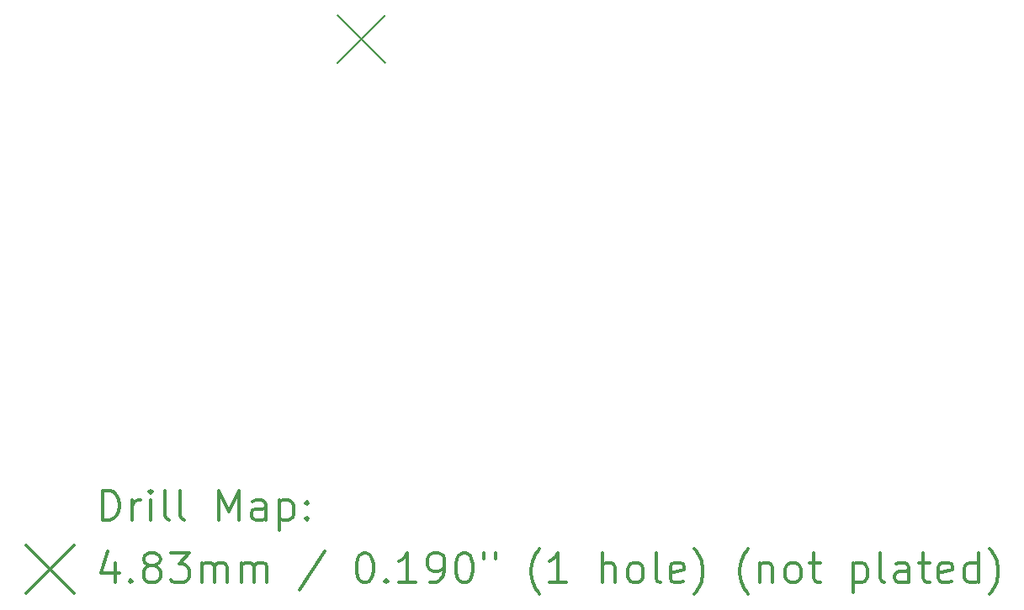
<source format=gbr>
%FSLAX45Y45*%
G04 Gerber Fmt 4.5, Leading zero omitted, Abs format (unit mm)*
G04 Created by KiCad (PCBNEW (5.1.5)-3) date 2020-10-02 02:33:29*
%MOMM*%
%LPD*%
G04 APERTURE LIST*
%ADD10C,0.200000*%
%ADD11C,0.300000*%
G04 APERTURE END LIST*
D10*
X13982700Y-10204450D02*
X14465300Y-10687050D01*
X14465300Y-10204450D02*
X13982700Y-10687050D01*
D11*
X11613558Y-15294234D02*
X11613558Y-14994234D01*
X11684987Y-14994234D01*
X11727844Y-15008520D01*
X11756416Y-15037091D01*
X11770701Y-15065663D01*
X11784987Y-15122806D01*
X11784987Y-15165663D01*
X11770701Y-15222806D01*
X11756416Y-15251377D01*
X11727844Y-15279949D01*
X11684987Y-15294234D01*
X11613558Y-15294234D01*
X11913558Y-15294234D02*
X11913558Y-15094234D01*
X11913558Y-15151377D02*
X11927844Y-15122806D01*
X11942130Y-15108520D01*
X11970701Y-15094234D01*
X11999273Y-15094234D01*
X12099273Y-15294234D02*
X12099273Y-15094234D01*
X12099273Y-14994234D02*
X12084987Y-15008520D01*
X12099273Y-15022806D01*
X12113558Y-15008520D01*
X12099273Y-14994234D01*
X12099273Y-15022806D01*
X12284987Y-15294234D02*
X12256416Y-15279949D01*
X12242130Y-15251377D01*
X12242130Y-14994234D01*
X12442130Y-15294234D02*
X12413558Y-15279949D01*
X12399273Y-15251377D01*
X12399273Y-14994234D01*
X12784987Y-15294234D02*
X12784987Y-14994234D01*
X12884987Y-15208520D01*
X12984987Y-14994234D01*
X12984987Y-15294234D01*
X13256416Y-15294234D02*
X13256416Y-15137091D01*
X13242130Y-15108520D01*
X13213558Y-15094234D01*
X13156416Y-15094234D01*
X13127844Y-15108520D01*
X13256416Y-15279949D02*
X13227844Y-15294234D01*
X13156416Y-15294234D01*
X13127844Y-15279949D01*
X13113558Y-15251377D01*
X13113558Y-15222806D01*
X13127844Y-15194234D01*
X13156416Y-15179949D01*
X13227844Y-15179949D01*
X13256416Y-15165663D01*
X13399273Y-15094234D02*
X13399273Y-15394234D01*
X13399273Y-15108520D02*
X13427844Y-15094234D01*
X13484987Y-15094234D01*
X13513558Y-15108520D01*
X13527844Y-15122806D01*
X13542130Y-15151377D01*
X13542130Y-15237091D01*
X13527844Y-15265663D01*
X13513558Y-15279949D01*
X13484987Y-15294234D01*
X13427844Y-15294234D01*
X13399273Y-15279949D01*
X13670701Y-15265663D02*
X13684987Y-15279949D01*
X13670701Y-15294234D01*
X13656416Y-15279949D01*
X13670701Y-15265663D01*
X13670701Y-15294234D01*
X13670701Y-15108520D02*
X13684987Y-15122806D01*
X13670701Y-15137091D01*
X13656416Y-15122806D01*
X13670701Y-15108520D01*
X13670701Y-15137091D01*
X10844530Y-15547220D02*
X11327130Y-16029820D01*
X11327130Y-15547220D02*
X10844530Y-16029820D01*
X11742130Y-15724234D02*
X11742130Y-15924234D01*
X11670701Y-15609949D02*
X11599273Y-15824234D01*
X11784987Y-15824234D01*
X11899273Y-15895663D02*
X11913558Y-15909949D01*
X11899273Y-15924234D01*
X11884987Y-15909949D01*
X11899273Y-15895663D01*
X11899273Y-15924234D01*
X12084987Y-15752806D02*
X12056416Y-15738520D01*
X12042130Y-15724234D01*
X12027844Y-15695663D01*
X12027844Y-15681377D01*
X12042130Y-15652806D01*
X12056416Y-15638520D01*
X12084987Y-15624234D01*
X12142130Y-15624234D01*
X12170701Y-15638520D01*
X12184987Y-15652806D01*
X12199273Y-15681377D01*
X12199273Y-15695663D01*
X12184987Y-15724234D01*
X12170701Y-15738520D01*
X12142130Y-15752806D01*
X12084987Y-15752806D01*
X12056416Y-15767091D01*
X12042130Y-15781377D01*
X12027844Y-15809949D01*
X12027844Y-15867091D01*
X12042130Y-15895663D01*
X12056416Y-15909949D01*
X12084987Y-15924234D01*
X12142130Y-15924234D01*
X12170701Y-15909949D01*
X12184987Y-15895663D01*
X12199273Y-15867091D01*
X12199273Y-15809949D01*
X12184987Y-15781377D01*
X12170701Y-15767091D01*
X12142130Y-15752806D01*
X12299273Y-15624234D02*
X12484987Y-15624234D01*
X12384987Y-15738520D01*
X12427844Y-15738520D01*
X12456416Y-15752806D01*
X12470701Y-15767091D01*
X12484987Y-15795663D01*
X12484987Y-15867091D01*
X12470701Y-15895663D01*
X12456416Y-15909949D01*
X12427844Y-15924234D01*
X12342130Y-15924234D01*
X12313558Y-15909949D01*
X12299273Y-15895663D01*
X12613558Y-15924234D02*
X12613558Y-15724234D01*
X12613558Y-15752806D02*
X12627844Y-15738520D01*
X12656416Y-15724234D01*
X12699273Y-15724234D01*
X12727844Y-15738520D01*
X12742130Y-15767091D01*
X12742130Y-15924234D01*
X12742130Y-15767091D02*
X12756416Y-15738520D01*
X12784987Y-15724234D01*
X12827844Y-15724234D01*
X12856416Y-15738520D01*
X12870701Y-15767091D01*
X12870701Y-15924234D01*
X13013558Y-15924234D02*
X13013558Y-15724234D01*
X13013558Y-15752806D02*
X13027844Y-15738520D01*
X13056416Y-15724234D01*
X13099273Y-15724234D01*
X13127844Y-15738520D01*
X13142130Y-15767091D01*
X13142130Y-15924234D01*
X13142130Y-15767091D02*
X13156416Y-15738520D01*
X13184987Y-15724234D01*
X13227844Y-15724234D01*
X13256416Y-15738520D01*
X13270701Y-15767091D01*
X13270701Y-15924234D01*
X13856416Y-15609949D02*
X13599273Y-15995663D01*
X14242130Y-15624234D02*
X14270701Y-15624234D01*
X14299273Y-15638520D01*
X14313558Y-15652806D01*
X14327844Y-15681377D01*
X14342130Y-15738520D01*
X14342130Y-15809949D01*
X14327844Y-15867091D01*
X14313558Y-15895663D01*
X14299273Y-15909949D01*
X14270701Y-15924234D01*
X14242130Y-15924234D01*
X14213558Y-15909949D01*
X14199273Y-15895663D01*
X14184987Y-15867091D01*
X14170701Y-15809949D01*
X14170701Y-15738520D01*
X14184987Y-15681377D01*
X14199273Y-15652806D01*
X14213558Y-15638520D01*
X14242130Y-15624234D01*
X14470701Y-15895663D02*
X14484987Y-15909949D01*
X14470701Y-15924234D01*
X14456416Y-15909949D01*
X14470701Y-15895663D01*
X14470701Y-15924234D01*
X14770701Y-15924234D02*
X14599273Y-15924234D01*
X14684987Y-15924234D02*
X14684987Y-15624234D01*
X14656416Y-15667091D01*
X14627844Y-15695663D01*
X14599273Y-15709949D01*
X14913558Y-15924234D02*
X14970701Y-15924234D01*
X14999273Y-15909949D01*
X15013558Y-15895663D01*
X15042130Y-15852806D01*
X15056416Y-15795663D01*
X15056416Y-15681377D01*
X15042130Y-15652806D01*
X15027844Y-15638520D01*
X14999273Y-15624234D01*
X14942130Y-15624234D01*
X14913558Y-15638520D01*
X14899273Y-15652806D01*
X14884987Y-15681377D01*
X14884987Y-15752806D01*
X14899273Y-15781377D01*
X14913558Y-15795663D01*
X14942130Y-15809949D01*
X14999273Y-15809949D01*
X15027844Y-15795663D01*
X15042130Y-15781377D01*
X15056416Y-15752806D01*
X15242130Y-15624234D02*
X15270701Y-15624234D01*
X15299273Y-15638520D01*
X15313558Y-15652806D01*
X15327844Y-15681377D01*
X15342130Y-15738520D01*
X15342130Y-15809949D01*
X15327844Y-15867091D01*
X15313558Y-15895663D01*
X15299273Y-15909949D01*
X15270701Y-15924234D01*
X15242130Y-15924234D01*
X15213558Y-15909949D01*
X15199273Y-15895663D01*
X15184987Y-15867091D01*
X15170701Y-15809949D01*
X15170701Y-15738520D01*
X15184987Y-15681377D01*
X15199273Y-15652806D01*
X15213558Y-15638520D01*
X15242130Y-15624234D01*
X15456416Y-15624234D02*
X15456416Y-15681377D01*
X15570701Y-15624234D02*
X15570701Y-15681377D01*
X16013558Y-16038520D02*
X15999273Y-16024234D01*
X15970701Y-15981377D01*
X15956416Y-15952806D01*
X15942130Y-15909949D01*
X15927844Y-15838520D01*
X15927844Y-15781377D01*
X15942130Y-15709949D01*
X15956416Y-15667091D01*
X15970701Y-15638520D01*
X15999273Y-15595663D01*
X16013558Y-15581377D01*
X16284987Y-15924234D02*
X16113558Y-15924234D01*
X16199273Y-15924234D02*
X16199273Y-15624234D01*
X16170701Y-15667091D01*
X16142130Y-15695663D01*
X16113558Y-15709949D01*
X16642130Y-15924234D02*
X16642130Y-15624234D01*
X16770701Y-15924234D02*
X16770701Y-15767091D01*
X16756416Y-15738520D01*
X16727844Y-15724234D01*
X16684987Y-15724234D01*
X16656416Y-15738520D01*
X16642130Y-15752806D01*
X16956416Y-15924234D02*
X16927844Y-15909949D01*
X16913558Y-15895663D01*
X16899273Y-15867091D01*
X16899273Y-15781377D01*
X16913558Y-15752806D01*
X16927844Y-15738520D01*
X16956416Y-15724234D01*
X16999273Y-15724234D01*
X17027844Y-15738520D01*
X17042130Y-15752806D01*
X17056416Y-15781377D01*
X17056416Y-15867091D01*
X17042130Y-15895663D01*
X17027844Y-15909949D01*
X16999273Y-15924234D01*
X16956416Y-15924234D01*
X17227844Y-15924234D02*
X17199273Y-15909949D01*
X17184987Y-15881377D01*
X17184987Y-15624234D01*
X17456416Y-15909949D02*
X17427844Y-15924234D01*
X17370701Y-15924234D01*
X17342130Y-15909949D01*
X17327844Y-15881377D01*
X17327844Y-15767091D01*
X17342130Y-15738520D01*
X17370701Y-15724234D01*
X17427844Y-15724234D01*
X17456416Y-15738520D01*
X17470701Y-15767091D01*
X17470701Y-15795663D01*
X17327844Y-15824234D01*
X17570701Y-16038520D02*
X17584987Y-16024234D01*
X17613558Y-15981377D01*
X17627844Y-15952806D01*
X17642130Y-15909949D01*
X17656416Y-15838520D01*
X17656416Y-15781377D01*
X17642130Y-15709949D01*
X17627844Y-15667091D01*
X17613558Y-15638520D01*
X17584987Y-15595663D01*
X17570701Y-15581377D01*
X18113558Y-16038520D02*
X18099273Y-16024234D01*
X18070701Y-15981377D01*
X18056416Y-15952806D01*
X18042130Y-15909949D01*
X18027844Y-15838520D01*
X18027844Y-15781377D01*
X18042130Y-15709949D01*
X18056416Y-15667091D01*
X18070701Y-15638520D01*
X18099273Y-15595663D01*
X18113558Y-15581377D01*
X18227844Y-15724234D02*
X18227844Y-15924234D01*
X18227844Y-15752806D02*
X18242130Y-15738520D01*
X18270701Y-15724234D01*
X18313558Y-15724234D01*
X18342130Y-15738520D01*
X18356416Y-15767091D01*
X18356416Y-15924234D01*
X18542130Y-15924234D02*
X18513558Y-15909949D01*
X18499273Y-15895663D01*
X18484987Y-15867091D01*
X18484987Y-15781377D01*
X18499273Y-15752806D01*
X18513558Y-15738520D01*
X18542130Y-15724234D01*
X18584987Y-15724234D01*
X18613558Y-15738520D01*
X18627844Y-15752806D01*
X18642130Y-15781377D01*
X18642130Y-15867091D01*
X18627844Y-15895663D01*
X18613558Y-15909949D01*
X18584987Y-15924234D01*
X18542130Y-15924234D01*
X18727844Y-15724234D02*
X18842130Y-15724234D01*
X18770701Y-15624234D02*
X18770701Y-15881377D01*
X18784987Y-15909949D01*
X18813558Y-15924234D01*
X18842130Y-15924234D01*
X19170701Y-15724234D02*
X19170701Y-16024234D01*
X19170701Y-15738520D02*
X19199273Y-15724234D01*
X19256416Y-15724234D01*
X19284987Y-15738520D01*
X19299273Y-15752806D01*
X19313558Y-15781377D01*
X19313558Y-15867091D01*
X19299273Y-15895663D01*
X19284987Y-15909949D01*
X19256416Y-15924234D01*
X19199273Y-15924234D01*
X19170701Y-15909949D01*
X19484987Y-15924234D02*
X19456416Y-15909949D01*
X19442130Y-15881377D01*
X19442130Y-15624234D01*
X19727844Y-15924234D02*
X19727844Y-15767091D01*
X19713558Y-15738520D01*
X19684987Y-15724234D01*
X19627844Y-15724234D01*
X19599273Y-15738520D01*
X19727844Y-15909949D02*
X19699273Y-15924234D01*
X19627844Y-15924234D01*
X19599273Y-15909949D01*
X19584987Y-15881377D01*
X19584987Y-15852806D01*
X19599273Y-15824234D01*
X19627844Y-15809949D01*
X19699273Y-15809949D01*
X19727844Y-15795663D01*
X19827844Y-15724234D02*
X19942130Y-15724234D01*
X19870701Y-15624234D02*
X19870701Y-15881377D01*
X19884987Y-15909949D01*
X19913558Y-15924234D01*
X19942130Y-15924234D01*
X20156416Y-15909949D02*
X20127844Y-15924234D01*
X20070701Y-15924234D01*
X20042130Y-15909949D01*
X20027844Y-15881377D01*
X20027844Y-15767091D01*
X20042130Y-15738520D01*
X20070701Y-15724234D01*
X20127844Y-15724234D01*
X20156416Y-15738520D01*
X20170701Y-15767091D01*
X20170701Y-15795663D01*
X20027844Y-15824234D01*
X20427844Y-15924234D02*
X20427844Y-15624234D01*
X20427844Y-15909949D02*
X20399273Y-15924234D01*
X20342130Y-15924234D01*
X20313558Y-15909949D01*
X20299273Y-15895663D01*
X20284987Y-15867091D01*
X20284987Y-15781377D01*
X20299273Y-15752806D01*
X20313558Y-15738520D01*
X20342130Y-15724234D01*
X20399273Y-15724234D01*
X20427844Y-15738520D01*
X20542130Y-16038520D02*
X20556416Y-16024234D01*
X20584987Y-15981377D01*
X20599273Y-15952806D01*
X20613558Y-15909949D01*
X20627844Y-15838520D01*
X20627844Y-15781377D01*
X20613558Y-15709949D01*
X20599273Y-15667091D01*
X20584987Y-15638520D01*
X20556416Y-15595663D01*
X20542130Y-15581377D01*
M02*

</source>
